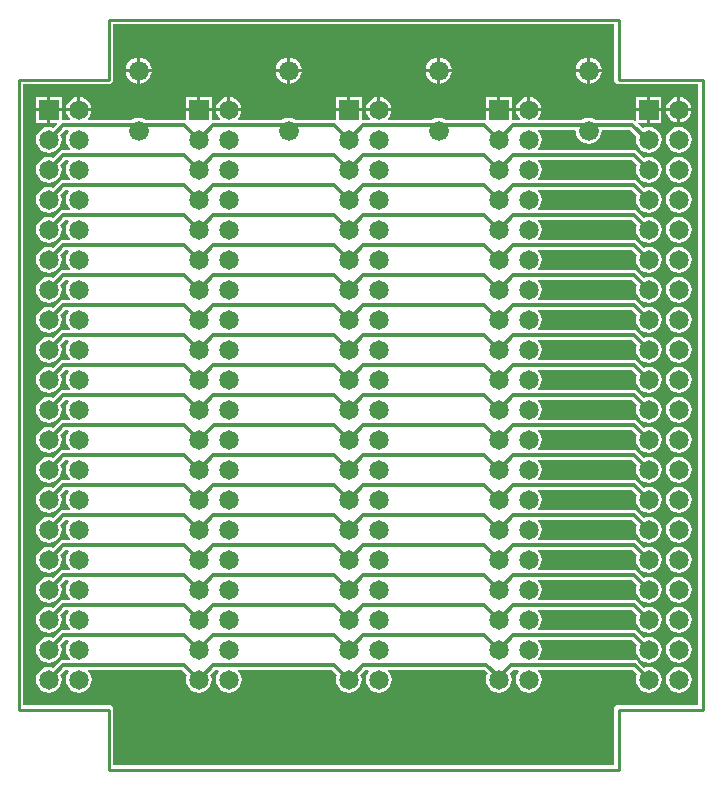
<source format=gtl>
%FSLAX23Y23*%
%MOIN*%
G70*
G01*
G75*
G04 Layer_Physical_Order=1*
G04 Layer_Color=255*
%ADD10C,0.010*%
%ADD11C,0.012*%
%ADD12C,0.065*%
%ADD13R,0.065X0.065*%
%ADD14C,0.066*%
G36*
X4085Y5300D02*
X4085Y5300D01*
X4085D01*
X4086Y5294D01*
X4089Y5289D01*
X4094Y5286D01*
X4100Y5285D01*
X4365D01*
Y3215D01*
X4100D01*
X4094Y3214D01*
X4089Y3211D01*
X4086Y3206D01*
X4085Y3200D01*
Y3015D01*
X2415D01*
Y3200D01*
X2414Y3206D01*
X2411Y3211D01*
X2406Y3214D01*
X2400Y3215D01*
X2115D01*
Y5285D01*
X2400D01*
X2406Y5286D01*
X2411Y5289D01*
X2414Y5294D01*
X2415Y5300D01*
Y5485D01*
X4085D01*
Y5300D01*
D02*
G37*
%LPC*%
G36*
X2195Y5195D02*
X2158D01*
Y5157D01*
X2195D01*
Y5195D01*
D02*
G37*
G36*
X4242D02*
X4205D01*
Y5157D01*
X4242D01*
Y5195D01*
D02*
G37*
G36*
X4295D02*
X4258D01*
X4259Y5189D01*
X4263Y5179D01*
X4270Y5170D01*
X4279Y5163D01*
X4289Y5159D01*
X4295Y5158D01*
Y5195D01*
D02*
G37*
G36*
X4300Y5143D02*
X4289Y5141D01*
X4279Y5137D01*
X4270Y5130D01*
X4263Y5121D01*
X4259Y5111D01*
X4257Y5100D01*
X4259Y5089D01*
X4263Y5079D01*
X4270Y5070D01*
X4279Y5063D01*
X4289Y5059D01*
X4300Y5057D01*
X4311Y5059D01*
X4321Y5063D01*
X4330Y5070D01*
X4337Y5079D01*
X4341Y5089D01*
X4343Y5100D01*
X4341Y5111D01*
X4337Y5121D01*
X4330Y5130D01*
X4321Y5137D01*
X4311Y5141D01*
X4300Y5143D01*
D02*
G37*
G36*
Y4843D02*
X4289Y4841D01*
X4279Y4837D01*
X4270Y4830D01*
X4263Y4821D01*
X4259Y4811D01*
X4257Y4800D01*
X4259Y4789D01*
X4263Y4779D01*
X4270Y4770D01*
X4279Y4763D01*
X4289Y4759D01*
X4300Y4757D01*
X4311Y4759D01*
X4321Y4763D01*
X4330Y4770D01*
X4337Y4779D01*
X4341Y4789D01*
X4343Y4800D01*
X4341Y4811D01*
X4337Y4821D01*
X4330Y4830D01*
X4321Y4837D01*
X4311Y4841D01*
X4300Y4843D01*
D02*
G37*
G36*
Y4943D02*
X4289Y4941D01*
X4279Y4937D01*
X4270Y4930D01*
X4263Y4921D01*
X4259Y4911D01*
X4257Y4900D01*
X4259Y4889D01*
X4263Y4879D01*
X4270Y4870D01*
X4279Y4863D01*
X4289Y4859D01*
X4300Y4857D01*
X4311Y4859D01*
X4321Y4863D01*
X4330Y4870D01*
X4337Y4879D01*
X4341Y4889D01*
X4343Y4900D01*
X4341Y4911D01*
X4337Y4921D01*
X4330Y4930D01*
X4321Y4937D01*
X4311Y4941D01*
X4300Y4943D01*
D02*
G37*
G36*
Y5043D02*
X4289Y5041D01*
X4279Y5037D01*
X4270Y5030D01*
X4263Y5021D01*
X4259Y5011D01*
X4257Y5000D01*
X4259Y4989D01*
X4263Y4979D01*
X4270Y4970D01*
X4279Y4963D01*
X4289Y4959D01*
X4300Y4957D01*
X4311Y4959D01*
X4321Y4963D01*
X4330Y4970D01*
X4337Y4979D01*
X4341Y4989D01*
X4343Y5000D01*
X4341Y5011D01*
X4337Y5021D01*
X4330Y5030D01*
X4321Y5037D01*
X4311Y5041D01*
X4300Y5043D01*
D02*
G37*
G36*
X2295Y5242D02*
X2289Y5241D01*
X2279Y5237D01*
X2270Y5230D01*
X2263Y5221D01*
X2259Y5211D01*
X2258Y5205D01*
X2295D01*
Y5242D01*
D02*
G37*
G36*
X2305D02*
Y5205D01*
X2342D01*
X2341Y5211D01*
X2337Y5221D01*
X2330Y5230D01*
X2321Y5237D01*
X2311Y5241D01*
X2305Y5242D01*
D02*
G37*
G36*
X2695Y5242D02*
X2658D01*
Y5205D01*
X2695D01*
Y5242D01*
D02*
G37*
G36*
X2243D02*
X2205D01*
Y5205D01*
X2243D01*
Y5242D01*
D02*
G37*
G36*
X4342Y5195D02*
X4305D01*
Y5158D01*
X4311Y5159D01*
X4321Y5163D01*
X4330Y5170D01*
X4337Y5179D01*
X4341Y5189D01*
X4342Y5195D01*
D02*
G37*
G36*
X4195D02*
X4157D01*
Y5165D01*
X4153Y5163D01*
X4152Y5164D01*
X4146Y5165D01*
X4025D01*
X4022Y5168D01*
X4011Y5172D01*
X4000Y5173D01*
X3989Y5172D01*
X3978Y5168D01*
X3975Y5165D01*
X3832D01*
X3830Y5170D01*
X3830Y5170D01*
X3837Y5179D01*
X3841Y5189D01*
X3842Y5195D01*
X3758D01*
X3759Y5189D01*
X3763Y5179D01*
X3770Y5170D01*
X3770Y5170D01*
X3768Y5165D01*
X3749D01*
X3746Y5164D01*
X3743Y5168D01*
Y5195D01*
X3658D01*
Y5168D01*
X3654Y5164D01*
X3651Y5165D01*
X3525D01*
X3522Y5168D01*
X3511Y5172D01*
X3500Y5173D01*
X3489Y5172D01*
X3478Y5168D01*
X3475Y5165D01*
X3332D01*
X3330Y5170D01*
X3330Y5170D01*
X3337Y5179D01*
X3341Y5189D01*
X3342Y5195D01*
X3258D01*
X3259Y5189D01*
X3263Y5179D01*
X3270Y5170D01*
X3270Y5170D01*
X3268Y5165D01*
X3249D01*
X3246Y5164D01*
X3243Y5168D01*
Y5195D01*
X3158D01*
Y5168D01*
X3154Y5164D01*
X3151Y5165D01*
X3025D01*
X3022Y5168D01*
X3011Y5172D01*
X3000Y5173D01*
X2989Y5172D01*
X2978Y5168D01*
X2975Y5165D01*
X2832D01*
X2830Y5170D01*
X2830Y5170D01*
X2837Y5179D01*
X2841Y5189D01*
X2842Y5195D01*
X2758D01*
X2759Y5189D01*
X2763Y5179D01*
X2770Y5170D01*
X2770Y5170D01*
X2768Y5165D01*
X2749D01*
X2746Y5164D01*
X2743Y5168D01*
Y5195D01*
X2658D01*
Y5168D01*
X2654Y5164D01*
X2651Y5165D01*
X2525D01*
X2522Y5168D01*
X2511Y5172D01*
X2500Y5173D01*
X2489Y5172D01*
X2478Y5168D01*
X2475Y5165D01*
X2332D01*
X2330Y5170D01*
X2330Y5170D01*
X2337Y5179D01*
X2341Y5189D01*
X2342Y5195D01*
X2258D01*
X2259Y5189D01*
X2263Y5179D01*
X2270Y5170D01*
X2270Y5170D01*
X2268Y5165D01*
X2249D01*
X2246Y5164D01*
X2243Y5168D01*
Y5195D01*
X2205D01*
Y5157D01*
X2228D01*
X2230Y5153D01*
X2216Y5139D01*
X2211Y5141D01*
X2200Y5143D01*
X2189Y5141D01*
X2179Y5137D01*
X2170Y5130D01*
X2163Y5121D01*
X2159Y5111D01*
X2157Y5100D01*
X2159Y5089D01*
X2163Y5079D01*
X2170Y5070D01*
X2179Y5063D01*
X2189Y5059D01*
X2200Y5057D01*
X2211Y5059D01*
X2221Y5063D01*
X2230Y5070D01*
X2237Y5079D01*
X2241Y5089D01*
X2243Y5100D01*
X2241Y5111D01*
X2239Y5116D01*
X2255Y5132D01*
X2265D01*
X2268Y5128D01*
X2263Y5121D01*
X2259Y5111D01*
X2257Y5100D01*
X2259Y5089D01*
X2263Y5079D01*
X2270Y5070D01*
X2270Y5070D01*
X2268Y5065D01*
X2249D01*
X2242Y5064D01*
X2237Y5060D01*
X2216Y5039D01*
X2211Y5041D01*
X2200Y5043D01*
X2189Y5041D01*
X2179Y5037D01*
X2170Y5030D01*
X2163Y5021D01*
X2159Y5011D01*
X2157Y5000D01*
X2159Y4989D01*
X2163Y4979D01*
X2170Y4970D01*
X2179Y4963D01*
X2189Y4959D01*
X2200Y4957D01*
X2211Y4959D01*
X2221Y4963D01*
X2230Y4970D01*
X2237Y4979D01*
X2241Y4989D01*
X2243Y5000D01*
X2241Y5011D01*
X2239Y5016D01*
X2255Y5032D01*
X2265D01*
X2268Y5028D01*
X2263Y5021D01*
X2259Y5011D01*
X2257Y5000D01*
X2259Y4989D01*
X2263Y4979D01*
X2270Y4970D01*
X2270Y4970D01*
X2268Y4965D01*
X2249D01*
X2242Y4964D01*
X2237Y4960D01*
X2216Y4939D01*
X2211Y4941D01*
X2200Y4943D01*
X2189Y4941D01*
X2179Y4937D01*
X2170Y4930D01*
X2163Y4921D01*
X2159Y4911D01*
X2157Y4900D01*
X2159Y4889D01*
X2163Y4879D01*
X2170Y4870D01*
X2179Y4863D01*
X2189Y4859D01*
X2200Y4857D01*
X2211Y4859D01*
X2221Y4863D01*
X2230Y4870D01*
X2237Y4879D01*
X2241Y4889D01*
X2243Y4900D01*
X2241Y4911D01*
X2239Y4916D01*
X2255Y4932D01*
X2265D01*
X2268Y4928D01*
X2263Y4921D01*
X2259Y4911D01*
X2257Y4900D01*
X2259Y4889D01*
X2263Y4879D01*
X2270Y4870D01*
X2270Y4870D01*
X2268Y4865D01*
X2249D01*
X2242Y4864D01*
X2237Y4860D01*
X2216Y4839D01*
X2211Y4841D01*
X2200Y4843D01*
X2189Y4841D01*
X2179Y4837D01*
X2170Y4830D01*
X2163Y4821D01*
X2159Y4811D01*
X2157Y4800D01*
X2159Y4789D01*
X2163Y4779D01*
X2170Y4770D01*
X2179Y4763D01*
X2189Y4759D01*
X2200Y4757D01*
X2211Y4759D01*
X2221Y4763D01*
X2230Y4770D01*
X2237Y4779D01*
X2241Y4789D01*
X2243Y4800D01*
X2241Y4811D01*
X2239Y4816D01*
X2255Y4832D01*
X2265D01*
X2268Y4828D01*
X2263Y4821D01*
X2259Y4811D01*
X2257Y4800D01*
X2259Y4789D01*
X2263Y4779D01*
X2270Y4770D01*
X2270Y4770D01*
X2268Y4765D01*
X2249D01*
X2242Y4764D01*
X2237Y4760D01*
X2216Y4739D01*
X2211Y4741D01*
X2200Y4743D01*
X2189Y4741D01*
X2179Y4737D01*
X2170Y4730D01*
X2163Y4721D01*
X2159Y4711D01*
X2157Y4700D01*
X2159Y4689D01*
X2163Y4679D01*
X2170Y4670D01*
X2179Y4663D01*
X2189Y4659D01*
X2200Y4657D01*
X2211Y4659D01*
X2221Y4663D01*
X2230Y4670D01*
X2237Y4679D01*
X2241Y4689D01*
X2243Y4700D01*
X2241Y4711D01*
X2239Y4716D01*
X2255Y4732D01*
X2265D01*
X2268Y4728D01*
X2263Y4721D01*
X2259Y4711D01*
X2257Y4700D01*
X2259Y4689D01*
X2263Y4679D01*
X2270Y4670D01*
X2270Y4670D01*
X2268Y4665D01*
X2249D01*
X2242Y4664D01*
X2237Y4660D01*
X2216Y4639D01*
X2211Y4641D01*
X2200Y4643D01*
X2189Y4641D01*
X2179Y4637D01*
X2170Y4630D01*
X2163Y4621D01*
X2159Y4611D01*
X2157Y4600D01*
X2159Y4589D01*
X2163Y4579D01*
X2170Y4570D01*
X2179Y4563D01*
X2189Y4559D01*
X2200Y4557D01*
X2211Y4559D01*
X2221Y4563D01*
X2230Y4570D01*
X2237Y4579D01*
X2241Y4589D01*
X2243Y4600D01*
X2241Y4611D01*
X2239Y4616D01*
X2255Y4632D01*
X2265D01*
X2268Y4628D01*
X2263Y4621D01*
X2259Y4611D01*
X2257Y4600D01*
X2259Y4589D01*
X2263Y4579D01*
X2270Y4570D01*
X2270Y4570D01*
X2268Y4565D01*
X2249D01*
X2242Y4564D01*
X2237Y4560D01*
X2216Y4539D01*
X2211Y4541D01*
X2200Y4543D01*
X2189Y4541D01*
X2179Y4537D01*
X2170Y4530D01*
X2163Y4521D01*
X2159Y4511D01*
X2157Y4500D01*
X2159Y4489D01*
X2163Y4479D01*
X2170Y4470D01*
X2179Y4463D01*
X2189Y4459D01*
X2200Y4457D01*
X2211Y4459D01*
X2221Y4463D01*
X2230Y4470D01*
X2237Y4479D01*
X2241Y4489D01*
X2243Y4500D01*
X2241Y4511D01*
X2239Y4516D01*
X2255Y4532D01*
X2265D01*
X2268Y4528D01*
X2263Y4521D01*
X2259Y4511D01*
X2257Y4500D01*
X2259Y4489D01*
X2263Y4479D01*
X2270Y4470D01*
X2270Y4470D01*
X2268Y4465D01*
X2249D01*
X2242Y4464D01*
X2237Y4460D01*
X2216Y4439D01*
X2211Y4441D01*
X2200Y4443D01*
X2189Y4441D01*
X2179Y4437D01*
X2170Y4430D01*
X2163Y4421D01*
X2159Y4411D01*
X2157Y4400D01*
X2159Y4389D01*
X2163Y4379D01*
X2170Y4370D01*
X2179Y4363D01*
X2189Y4359D01*
X2200Y4357D01*
X2211Y4359D01*
X2221Y4363D01*
X2230Y4370D01*
X2237Y4379D01*
X2241Y4389D01*
X2243Y4400D01*
X2241Y4411D01*
X2239Y4416D01*
X2255Y4432D01*
X2265D01*
X2268Y4428D01*
X2263Y4421D01*
X2259Y4411D01*
X2257Y4400D01*
X2259Y4389D01*
X2263Y4379D01*
X2270Y4370D01*
X2270Y4370D01*
X2268Y4365D01*
X2249D01*
X2242Y4364D01*
X2237Y4360D01*
X2216Y4339D01*
X2211Y4341D01*
X2200Y4343D01*
X2189Y4341D01*
X2179Y4337D01*
X2170Y4330D01*
X2163Y4321D01*
X2159Y4311D01*
X2157Y4300D01*
X2159Y4289D01*
X2163Y4279D01*
X2170Y4270D01*
X2179Y4263D01*
X2189Y4259D01*
X2200Y4257D01*
X2211Y4259D01*
X2221Y4263D01*
X2230Y4270D01*
X2237Y4279D01*
X2241Y4289D01*
X2243Y4300D01*
X2241Y4311D01*
X2239Y4316D01*
X2255Y4332D01*
X2265D01*
X2268Y4328D01*
X2263Y4321D01*
X2259Y4311D01*
X2257Y4300D01*
X2259Y4289D01*
X2263Y4279D01*
X2270Y4270D01*
X2270Y4270D01*
X2268Y4265D01*
X2249D01*
X2242Y4264D01*
X2237Y4260D01*
X2216Y4239D01*
X2211Y4241D01*
X2200Y4243D01*
X2189Y4241D01*
X2179Y4237D01*
X2170Y4230D01*
X2163Y4221D01*
X2159Y4211D01*
X2157Y4200D01*
X2159Y4189D01*
X2163Y4179D01*
X2170Y4170D01*
X2179Y4163D01*
X2189Y4159D01*
X2200Y4157D01*
X2211Y4159D01*
X2221Y4163D01*
X2230Y4170D01*
X2237Y4179D01*
X2241Y4189D01*
X2243Y4200D01*
X2241Y4211D01*
X2239Y4216D01*
X2255Y4232D01*
X2265D01*
X2268Y4228D01*
X2263Y4221D01*
X2259Y4211D01*
X2257Y4200D01*
X2259Y4189D01*
X2263Y4179D01*
X2270Y4170D01*
X2270Y4170D01*
X2268Y4165D01*
X2249D01*
X2242Y4164D01*
X2237Y4160D01*
X2216Y4139D01*
X2211Y4141D01*
X2200Y4143D01*
X2189Y4141D01*
X2179Y4137D01*
X2170Y4130D01*
X2163Y4121D01*
X2159Y4111D01*
X2157Y4100D01*
X2159Y4089D01*
X2163Y4079D01*
X2170Y4070D01*
X2179Y4063D01*
X2189Y4059D01*
X2200Y4057D01*
X2211Y4059D01*
X2221Y4063D01*
X2230Y4070D01*
X2237Y4079D01*
X2241Y4089D01*
X2243Y4100D01*
X2241Y4111D01*
X2239Y4116D01*
X2255Y4132D01*
X2265D01*
X2268Y4128D01*
X2263Y4121D01*
X2259Y4111D01*
X2257Y4100D01*
X2259Y4089D01*
X2263Y4079D01*
X2270Y4070D01*
X2270Y4070D01*
X2268Y4065D01*
X2249D01*
X2242Y4064D01*
X2237Y4060D01*
X2216Y4039D01*
X2211Y4041D01*
X2200Y4043D01*
X2189Y4041D01*
X2179Y4037D01*
X2170Y4030D01*
X2163Y4021D01*
X2159Y4011D01*
X2157Y4000D01*
X2159Y3989D01*
X2163Y3979D01*
X2170Y3970D01*
X2179Y3963D01*
X2189Y3959D01*
X2200Y3957D01*
X2211Y3959D01*
X2221Y3963D01*
X2230Y3970D01*
X2237Y3979D01*
X2241Y3989D01*
X2243Y4000D01*
X2241Y4011D01*
X2239Y4016D01*
X2255Y4032D01*
X2265D01*
X2268Y4028D01*
X2263Y4021D01*
X2259Y4011D01*
X2257Y4000D01*
X2259Y3989D01*
X2263Y3979D01*
X2270Y3970D01*
X2270Y3970D01*
X2268Y3965D01*
X2249D01*
X2242Y3964D01*
X2237Y3960D01*
X2216Y3939D01*
X2211Y3941D01*
X2200Y3943D01*
X2189Y3941D01*
X2179Y3937D01*
X2170Y3930D01*
X2163Y3921D01*
X2159Y3911D01*
X2157Y3900D01*
X2159Y3889D01*
X2163Y3879D01*
X2170Y3870D01*
X2179Y3863D01*
X2189Y3859D01*
X2200Y3857D01*
X2211Y3859D01*
X2221Y3863D01*
X2230Y3870D01*
X2237Y3879D01*
X2241Y3889D01*
X2243Y3900D01*
X2241Y3911D01*
X2239Y3916D01*
X2255Y3932D01*
X2265D01*
X2268Y3928D01*
X2263Y3921D01*
X2259Y3911D01*
X2257Y3900D01*
X2259Y3889D01*
X2263Y3879D01*
X2270Y3870D01*
X2270Y3870D01*
X2268Y3865D01*
X2249D01*
X2242Y3864D01*
X2237Y3860D01*
X2216Y3839D01*
X2211Y3841D01*
X2200Y3843D01*
X2189Y3841D01*
X2179Y3837D01*
X2170Y3830D01*
X2163Y3821D01*
X2159Y3811D01*
X2157Y3800D01*
X2159Y3789D01*
X2163Y3779D01*
X2170Y3770D01*
X2179Y3763D01*
X2189Y3759D01*
X2200Y3757D01*
X2211Y3759D01*
X2221Y3763D01*
X2230Y3770D01*
X2237Y3779D01*
X2241Y3789D01*
X2243Y3800D01*
X2241Y3811D01*
X2239Y3816D01*
X2255Y3832D01*
X2265D01*
X2268Y3828D01*
X2263Y3821D01*
X2259Y3811D01*
X2257Y3800D01*
X2259Y3789D01*
X2263Y3779D01*
X2270Y3770D01*
X2270Y3770D01*
X2268Y3765D01*
X2249D01*
X2242Y3764D01*
X2237Y3760D01*
X2216Y3739D01*
X2211Y3741D01*
X2200Y3743D01*
X2189Y3741D01*
X2179Y3737D01*
X2170Y3730D01*
X2163Y3721D01*
X2159Y3711D01*
X2157Y3700D01*
X2159Y3689D01*
X2163Y3679D01*
X2170Y3670D01*
X2179Y3663D01*
X2189Y3659D01*
X2200Y3657D01*
X2211Y3659D01*
X2221Y3663D01*
X2230Y3670D01*
X2237Y3679D01*
X2241Y3689D01*
X2243Y3700D01*
X2241Y3711D01*
X2239Y3716D01*
X2255Y3732D01*
X2265D01*
X2268Y3728D01*
X2263Y3721D01*
X2259Y3711D01*
X2257Y3700D01*
X2259Y3689D01*
X2263Y3679D01*
X2270Y3670D01*
X2270Y3670D01*
X2268Y3665D01*
X2249D01*
X2242Y3664D01*
X2237Y3660D01*
X2216Y3639D01*
X2211Y3641D01*
X2200Y3643D01*
X2189Y3641D01*
X2179Y3637D01*
X2170Y3630D01*
X2163Y3621D01*
X2159Y3611D01*
X2157Y3600D01*
X2159Y3589D01*
X2163Y3579D01*
X2170Y3570D01*
X2179Y3563D01*
X2189Y3559D01*
X2200Y3557D01*
X2211Y3559D01*
X2221Y3563D01*
X2230Y3570D01*
X2237Y3579D01*
X2241Y3589D01*
X2243Y3600D01*
X2241Y3611D01*
X2239Y3616D01*
X2255Y3632D01*
X2265D01*
X2268Y3628D01*
X2263Y3621D01*
X2259Y3611D01*
X2257Y3600D01*
X2259Y3589D01*
X2263Y3579D01*
X2270Y3570D01*
X2270Y3570D01*
X2268Y3565D01*
X2249D01*
X2242Y3564D01*
X2237Y3560D01*
X2216Y3539D01*
X2211Y3541D01*
X2200Y3543D01*
X2189Y3541D01*
X2179Y3537D01*
X2170Y3530D01*
X2163Y3521D01*
X2159Y3511D01*
X2157Y3500D01*
X2159Y3489D01*
X2163Y3479D01*
X2170Y3470D01*
X2179Y3463D01*
X2189Y3459D01*
X2200Y3457D01*
X2211Y3459D01*
X2221Y3463D01*
X2230Y3470D01*
X2237Y3479D01*
X2241Y3489D01*
X2243Y3500D01*
X2241Y3511D01*
X2239Y3516D01*
X2255Y3532D01*
X2265D01*
X2268Y3528D01*
X2263Y3521D01*
X2259Y3511D01*
X2257Y3500D01*
X2259Y3489D01*
X2263Y3479D01*
X2270Y3470D01*
X2270Y3470D01*
X2268Y3465D01*
X2249D01*
X2242Y3464D01*
X2237Y3460D01*
X2216Y3439D01*
X2211Y3441D01*
X2200Y3443D01*
X2189Y3441D01*
X2179Y3437D01*
X2170Y3430D01*
X2163Y3421D01*
X2159Y3411D01*
X2157Y3400D01*
X2159Y3389D01*
X2163Y3379D01*
X2170Y3370D01*
X2179Y3363D01*
X2189Y3359D01*
X2200Y3357D01*
X2211Y3359D01*
X2221Y3363D01*
X2230Y3370D01*
X2237Y3379D01*
X2241Y3389D01*
X2243Y3400D01*
X2241Y3411D01*
X2239Y3416D01*
X2255Y3432D01*
X2265D01*
X2268Y3428D01*
X2263Y3421D01*
X2259Y3411D01*
X2257Y3400D01*
X2259Y3389D01*
X2263Y3379D01*
X2270Y3370D01*
X2270Y3370D01*
X2268Y3365D01*
X2249D01*
X2242Y3364D01*
X2237Y3360D01*
X2216Y3339D01*
X2211Y3341D01*
X2200Y3343D01*
X2189Y3341D01*
X2179Y3337D01*
X2170Y3330D01*
X2163Y3321D01*
X2159Y3311D01*
X2157Y3300D01*
X2159Y3289D01*
X2163Y3279D01*
X2170Y3270D01*
X2179Y3263D01*
X2189Y3259D01*
X2200Y3257D01*
X2211Y3259D01*
X2221Y3263D01*
X2230Y3270D01*
X2237Y3279D01*
X2241Y3289D01*
X2243Y3300D01*
X2241Y3311D01*
X2239Y3316D01*
X2255Y3332D01*
X2265D01*
X2268Y3328D01*
X2263Y3321D01*
X2259Y3311D01*
X2257Y3300D01*
X2259Y3289D01*
X2263Y3279D01*
X2270Y3270D01*
X2279Y3263D01*
X2289Y3259D01*
X2300Y3257D01*
X2311Y3259D01*
X2321Y3263D01*
X2330Y3270D01*
X2337Y3279D01*
X2341Y3289D01*
X2343Y3300D01*
X2341Y3311D01*
X2337Y3321D01*
X2330Y3330D01*
X2331Y3332D01*
X2645D01*
X2661Y3316D01*
X2659Y3311D01*
X2657Y3300D01*
X2659Y3289D01*
X2663Y3279D01*
X2670Y3270D01*
X2679Y3263D01*
X2689Y3259D01*
X2700Y3257D01*
X2711Y3259D01*
X2721Y3263D01*
X2730Y3270D01*
X2737Y3279D01*
X2741Y3289D01*
X2743Y3300D01*
X2741Y3311D01*
X2739Y3316D01*
X2755Y3332D01*
X2765D01*
X2768Y3328D01*
X2763Y3321D01*
X2759Y3311D01*
X2757Y3300D01*
X2759Y3289D01*
X2763Y3279D01*
X2770Y3270D01*
X2779Y3263D01*
X2789Y3259D01*
X2800Y3257D01*
X2811Y3259D01*
X2821Y3263D01*
X2830Y3270D01*
X2837Y3279D01*
X2841Y3289D01*
X2843Y3300D01*
X2841Y3311D01*
X2837Y3321D01*
X2830Y3330D01*
X2831Y3332D01*
X3145D01*
X3161Y3316D01*
X3159Y3311D01*
X3157Y3300D01*
X3159Y3289D01*
X3163Y3279D01*
X3170Y3270D01*
X3179Y3263D01*
X3189Y3259D01*
X3200Y3257D01*
X3211Y3259D01*
X3221Y3263D01*
X3230Y3270D01*
X3237Y3279D01*
X3241Y3289D01*
X3243Y3300D01*
X3241Y3311D01*
X3239Y3316D01*
X3255Y3332D01*
X3265D01*
X3268Y3328D01*
X3263Y3321D01*
X3259Y3311D01*
X3257Y3300D01*
X3259Y3289D01*
X3263Y3279D01*
X3270Y3270D01*
X3279Y3263D01*
X3289Y3259D01*
X3300Y3257D01*
X3311Y3259D01*
X3321Y3263D01*
X3330Y3270D01*
X3337Y3279D01*
X3341Y3289D01*
X3343Y3300D01*
X3341Y3311D01*
X3337Y3321D01*
X3330Y3330D01*
X3331Y3332D01*
X3653D01*
X3663Y3322D01*
X3663Y3321D01*
X3659Y3311D01*
X3657Y3300D01*
X3659Y3289D01*
X3663Y3279D01*
X3670Y3270D01*
X3679Y3263D01*
X3689Y3259D01*
X3700Y3257D01*
X3711Y3259D01*
X3721Y3263D01*
X3730Y3270D01*
X3737Y3279D01*
X3741Y3289D01*
X3743Y3300D01*
X3741Y3311D01*
X3737Y3321D01*
X3737Y3322D01*
X3747Y3332D01*
X3765D01*
X3768Y3328D01*
X3763Y3321D01*
X3759Y3311D01*
X3757Y3300D01*
X3759Y3289D01*
X3763Y3279D01*
X3770Y3270D01*
X3779Y3263D01*
X3789Y3259D01*
X3800Y3257D01*
X3811Y3259D01*
X3821Y3263D01*
X3830Y3270D01*
X3837Y3279D01*
X3841Y3289D01*
X3843Y3300D01*
X3841Y3311D01*
X3837Y3321D01*
X3830Y3330D01*
X3831Y3332D01*
X4148D01*
X4162Y3318D01*
X4159Y3311D01*
X4157Y3300D01*
X4159Y3289D01*
X4163Y3279D01*
X4170Y3270D01*
X4179Y3263D01*
X4189Y3259D01*
X4200Y3257D01*
X4211Y3259D01*
X4221Y3263D01*
X4230Y3270D01*
X4237Y3279D01*
X4241Y3289D01*
X4243Y3300D01*
X4241Y3311D01*
X4237Y3321D01*
X4230Y3330D01*
X4221Y3337D01*
X4211Y3341D01*
X4200Y3343D01*
X4189Y3341D01*
X4186Y3340D01*
X4166Y3360D01*
X4161Y3364D01*
X4155Y3365D01*
X3832D01*
X3830Y3370D01*
X3830Y3370D01*
X3837Y3379D01*
X3841Y3389D01*
X3843Y3400D01*
X3841Y3411D01*
X3837Y3421D01*
X3830Y3430D01*
X3831Y3432D01*
X4145D01*
X4161Y3416D01*
X4159Y3411D01*
X4157Y3400D01*
X4159Y3389D01*
X4163Y3379D01*
X4170Y3370D01*
X4179Y3363D01*
X4189Y3359D01*
X4200Y3357D01*
X4211Y3359D01*
X4221Y3363D01*
X4230Y3370D01*
X4237Y3379D01*
X4241Y3389D01*
X4243Y3400D01*
X4241Y3411D01*
X4237Y3421D01*
X4230Y3430D01*
X4221Y3437D01*
X4211Y3441D01*
X4200Y3443D01*
X4189Y3441D01*
X4184Y3439D01*
X4163Y3460D01*
X4158Y3464D01*
X4152Y3465D01*
X3832D01*
X3830Y3470D01*
X3830Y3470D01*
X3837Y3479D01*
X3841Y3489D01*
X3843Y3500D01*
X3841Y3511D01*
X3837Y3521D01*
X3830Y3530D01*
X3831Y3532D01*
X4145D01*
X4161Y3516D01*
X4159Y3511D01*
X4157Y3500D01*
X4159Y3489D01*
X4163Y3479D01*
X4170Y3470D01*
X4179Y3463D01*
X4189Y3459D01*
X4200Y3457D01*
X4211Y3459D01*
X4221Y3463D01*
X4230Y3470D01*
X4237Y3479D01*
X4241Y3489D01*
X4243Y3500D01*
X4241Y3511D01*
X4237Y3521D01*
X4230Y3530D01*
X4221Y3537D01*
X4211Y3541D01*
X4200Y3543D01*
X4189Y3541D01*
X4184Y3539D01*
X4163Y3560D01*
X4158Y3564D01*
X4152Y3565D01*
X3832D01*
X3830Y3570D01*
X3830Y3570D01*
X3837Y3579D01*
X3841Y3589D01*
X3843Y3600D01*
X3841Y3611D01*
X3837Y3621D01*
X3830Y3630D01*
X3831Y3632D01*
X4145D01*
X4161Y3616D01*
X4159Y3611D01*
X4157Y3600D01*
X4159Y3589D01*
X4163Y3579D01*
X4170Y3570D01*
X4179Y3563D01*
X4189Y3559D01*
X4200Y3557D01*
X4211Y3559D01*
X4221Y3563D01*
X4230Y3570D01*
X4237Y3579D01*
X4241Y3589D01*
X4243Y3600D01*
X4241Y3611D01*
X4237Y3621D01*
X4230Y3630D01*
X4221Y3637D01*
X4211Y3641D01*
X4200Y3643D01*
X4189Y3641D01*
X4184Y3639D01*
X4163Y3660D01*
X4158Y3664D01*
X4152Y3665D01*
X3832D01*
X3830Y3670D01*
X3830Y3670D01*
X3837Y3679D01*
X3841Y3689D01*
X3843Y3700D01*
X3841Y3711D01*
X3837Y3721D01*
X3830Y3730D01*
X3831Y3732D01*
X4145D01*
X4161Y3716D01*
X4159Y3711D01*
X4157Y3700D01*
X4159Y3689D01*
X4163Y3679D01*
X4170Y3670D01*
X4179Y3663D01*
X4189Y3659D01*
X4200Y3657D01*
X4211Y3659D01*
X4221Y3663D01*
X4230Y3670D01*
X4237Y3679D01*
X4241Y3689D01*
X4243Y3700D01*
X4241Y3711D01*
X4237Y3721D01*
X4230Y3730D01*
X4221Y3737D01*
X4211Y3741D01*
X4200Y3743D01*
X4189Y3741D01*
X4184Y3739D01*
X4163Y3760D01*
X4158Y3764D01*
X4152Y3765D01*
X3832D01*
X3830Y3770D01*
X3830Y3770D01*
X3837Y3779D01*
X3841Y3789D01*
X3843Y3800D01*
X3841Y3811D01*
X3837Y3821D01*
X3830Y3830D01*
X3831Y3832D01*
X4145D01*
X4161Y3816D01*
X4159Y3811D01*
X4157Y3800D01*
X4159Y3789D01*
X4163Y3779D01*
X4170Y3770D01*
X4179Y3763D01*
X4189Y3759D01*
X4200Y3757D01*
X4211Y3759D01*
X4221Y3763D01*
X4230Y3770D01*
X4237Y3779D01*
X4241Y3789D01*
X4243Y3800D01*
X4241Y3811D01*
X4237Y3821D01*
X4230Y3830D01*
X4221Y3837D01*
X4211Y3841D01*
X4200Y3843D01*
X4189Y3841D01*
X4184Y3839D01*
X4163Y3860D01*
X4158Y3864D01*
X4152Y3865D01*
X3832D01*
X3830Y3870D01*
X3830Y3870D01*
X3837Y3879D01*
X3841Y3889D01*
X3843Y3900D01*
X3841Y3911D01*
X3837Y3921D01*
X3830Y3930D01*
X3831Y3932D01*
X4145D01*
X4161Y3916D01*
X4159Y3911D01*
X4157Y3900D01*
X4159Y3889D01*
X4163Y3879D01*
X4170Y3870D01*
X4179Y3863D01*
X4189Y3859D01*
X4200Y3857D01*
X4211Y3859D01*
X4221Y3863D01*
X4230Y3870D01*
X4237Y3879D01*
X4241Y3889D01*
X4243Y3900D01*
X4241Y3911D01*
X4237Y3921D01*
X4230Y3930D01*
X4221Y3937D01*
X4211Y3941D01*
X4200Y3943D01*
X4189Y3941D01*
X4184Y3939D01*
X4163Y3960D01*
X4158Y3964D01*
X4152Y3965D01*
X3832D01*
X3830Y3970D01*
X3830Y3970D01*
X3837Y3979D01*
X3841Y3989D01*
X3843Y4000D01*
X3841Y4011D01*
X3837Y4021D01*
X3830Y4030D01*
X3831Y4032D01*
X4145D01*
X4161Y4016D01*
X4159Y4011D01*
X4157Y4000D01*
X4159Y3989D01*
X4163Y3979D01*
X4170Y3970D01*
X4179Y3963D01*
X4189Y3959D01*
X4200Y3957D01*
X4211Y3959D01*
X4221Y3963D01*
X4230Y3970D01*
X4237Y3979D01*
X4241Y3989D01*
X4243Y4000D01*
X4241Y4011D01*
X4237Y4021D01*
X4230Y4030D01*
X4221Y4037D01*
X4211Y4041D01*
X4200Y4043D01*
X4189Y4041D01*
X4184Y4039D01*
X4163Y4060D01*
X4158Y4064D01*
X4152Y4065D01*
X3832D01*
X3830Y4070D01*
X3830Y4070D01*
X3837Y4079D01*
X3841Y4089D01*
X3843Y4100D01*
X3841Y4111D01*
X3837Y4121D01*
X3830Y4130D01*
X3831Y4132D01*
X4145D01*
X4161Y4116D01*
X4159Y4111D01*
X4157Y4100D01*
X4159Y4089D01*
X4163Y4079D01*
X4170Y4070D01*
X4179Y4063D01*
X4189Y4059D01*
X4200Y4057D01*
X4211Y4059D01*
X4221Y4063D01*
X4230Y4070D01*
X4237Y4079D01*
X4241Y4089D01*
X4243Y4100D01*
X4241Y4111D01*
X4237Y4121D01*
X4230Y4130D01*
X4221Y4137D01*
X4211Y4141D01*
X4200Y4143D01*
X4189Y4141D01*
X4184Y4139D01*
X4163Y4160D01*
X4158Y4164D01*
X4152Y4165D01*
X3832D01*
X3830Y4170D01*
X3830Y4170D01*
X3837Y4179D01*
X3841Y4189D01*
X3843Y4200D01*
X3841Y4211D01*
X3837Y4221D01*
X3830Y4230D01*
X3831Y4232D01*
X4145D01*
X4161Y4216D01*
X4159Y4211D01*
X4157Y4200D01*
X4159Y4189D01*
X4163Y4179D01*
X4170Y4170D01*
X4179Y4163D01*
X4189Y4159D01*
X4200Y4157D01*
X4211Y4159D01*
X4221Y4163D01*
X4230Y4170D01*
X4237Y4179D01*
X4241Y4189D01*
X4243Y4200D01*
X4241Y4211D01*
X4237Y4221D01*
X4230Y4230D01*
X4221Y4237D01*
X4211Y4241D01*
X4200Y4243D01*
X4189Y4241D01*
X4184Y4239D01*
X4163Y4260D01*
X4158Y4264D01*
X4152Y4265D01*
X3832D01*
X3830Y4270D01*
X3830Y4270D01*
X3837Y4279D01*
X3841Y4289D01*
X3843Y4300D01*
X3841Y4311D01*
X3837Y4321D01*
X3830Y4330D01*
X3831Y4332D01*
X4145D01*
X4161Y4316D01*
X4159Y4311D01*
X4157Y4300D01*
X4159Y4289D01*
X4163Y4279D01*
X4170Y4270D01*
X4179Y4263D01*
X4189Y4259D01*
X4200Y4257D01*
X4211Y4259D01*
X4221Y4263D01*
X4230Y4270D01*
X4237Y4279D01*
X4241Y4289D01*
X4243Y4300D01*
X4241Y4311D01*
X4237Y4321D01*
X4230Y4330D01*
X4221Y4337D01*
X4211Y4341D01*
X4200Y4343D01*
X4189Y4341D01*
X4184Y4339D01*
X4163Y4360D01*
X4158Y4364D01*
X4152Y4365D01*
X3832D01*
X3830Y4370D01*
X3830Y4370D01*
X3837Y4379D01*
X3841Y4389D01*
X3843Y4400D01*
X3841Y4411D01*
X3837Y4421D01*
X3830Y4430D01*
X3831Y4432D01*
X4145D01*
X4161Y4416D01*
X4159Y4411D01*
X4157Y4400D01*
X4159Y4389D01*
X4163Y4379D01*
X4170Y4370D01*
X4179Y4363D01*
X4189Y4359D01*
X4200Y4357D01*
X4211Y4359D01*
X4221Y4363D01*
X4230Y4370D01*
X4237Y4379D01*
X4241Y4389D01*
X4243Y4400D01*
X4241Y4411D01*
X4237Y4421D01*
X4230Y4430D01*
X4221Y4437D01*
X4211Y4441D01*
X4200Y4443D01*
X4189Y4441D01*
X4184Y4439D01*
X4163Y4460D01*
X4158Y4464D01*
X4152Y4465D01*
X3832D01*
X3830Y4470D01*
X3830Y4470D01*
X3837Y4479D01*
X3841Y4489D01*
X3843Y4500D01*
X3841Y4511D01*
X3837Y4521D01*
X3830Y4530D01*
X3831Y4532D01*
X4145D01*
X4161Y4516D01*
X4159Y4511D01*
X4157Y4500D01*
X4159Y4489D01*
X4163Y4479D01*
X4170Y4470D01*
X4179Y4463D01*
X4189Y4459D01*
X4200Y4457D01*
X4211Y4459D01*
X4221Y4463D01*
X4230Y4470D01*
X4237Y4479D01*
X4241Y4489D01*
X4243Y4500D01*
X4241Y4511D01*
X4237Y4521D01*
X4230Y4530D01*
X4221Y4537D01*
X4211Y4541D01*
X4200Y4543D01*
X4189Y4541D01*
X4184Y4539D01*
X4163Y4560D01*
X4158Y4564D01*
X4152Y4565D01*
X3832D01*
X3830Y4570D01*
X3830Y4570D01*
X3837Y4579D01*
X3841Y4589D01*
X3843Y4600D01*
X3841Y4611D01*
X3837Y4621D01*
X3830Y4630D01*
X3831Y4632D01*
X4145D01*
X4161Y4616D01*
X4159Y4611D01*
X4157Y4600D01*
X4159Y4589D01*
X4163Y4579D01*
X4170Y4570D01*
X4179Y4563D01*
X4189Y4559D01*
X4200Y4557D01*
X4211Y4559D01*
X4221Y4563D01*
X4230Y4570D01*
X4237Y4579D01*
X4241Y4589D01*
X4243Y4600D01*
X4241Y4611D01*
X4237Y4621D01*
X4230Y4630D01*
X4221Y4637D01*
X4211Y4641D01*
X4200Y4643D01*
X4189Y4641D01*
X4184Y4639D01*
X4163Y4660D01*
X4158Y4664D01*
X4152Y4665D01*
X3832D01*
X3830Y4670D01*
X3830Y4670D01*
X3837Y4679D01*
X3841Y4689D01*
X3843Y4700D01*
X3841Y4711D01*
X3837Y4721D01*
X3830Y4730D01*
X3831Y4732D01*
X4145D01*
X4161Y4716D01*
X4159Y4711D01*
X4157Y4700D01*
X4159Y4689D01*
X4163Y4679D01*
X4170Y4670D01*
X4179Y4663D01*
X4189Y4659D01*
X4200Y4657D01*
X4211Y4659D01*
X4221Y4663D01*
X4230Y4670D01*
X4237Y4679D01*
X4241Y4689D01*
X4243Y4700D01*
X4241Y4711D01*
X4237Y4721D01*
X4230Y4730D01*
X4221Y4737D01*
X4211Y4741D01*
X4200Y4743D01*
X4189Y4741D01*
X4184Y4739D01*
X4163Y4760D01*
X4158Y4764D01*
X4152Y4765D01*
X3832D01*
X3830Y4770D01*
X3830Y4770D01*
X3837Y4779D01*
X3841Y4789D01*
X3843Y4800D01*
X3841Y4811D01*
X3837Y4821D01*
X3830Y4830D01*
X3831Y4832D01*
X4145D01*
X4161Y4816D01*
X4159Y4811D01*
X4157Y4800D01*
X4159Y4789D01*
X4163Y4779D01*
X4170Y4770D01*
X4179Y4763D01*
X4189Y4759D01*
X4200Y4757D01*
X4211Y4759D01*
X4221Y4763D01*
X4230Y4770D01*
X4237Y4779D01*
X4241Y4789D01*
X4243Y4800D01*
X4241Y4811D01*
X4237Y4821D01*
X4230Y4830D01*
X4221Y4837D01*
X4211Y4841D01*
X4200Y4843D01*
X4189Y4841D01*
X4184Y4839D01*
X4163Y4860D01*
X4158Y4864D01*
X4152Y4865D01*
X3832D01*
X3830Y4870D01*
X3830Y4870D01*
X3837Y4879D01*
X3841Y4889D01*
X3843Y4900D01*
X3841Y4911D01*
X3837Y4921D01*
X3830Y4930D01*
X3831Y4932D01*
X4145D01*
X4161Y4916D01*
X4159Y4911D01*
X4157Y4900D01*
X4159Y4889D01*
X4163Y4879D01*
X4170Y4870D01*
X4179Y4863D01*
X4189Y4859D01*
X4200Y4857D01*
X4211Y4859D01*
X4221Y4863D01*
X4230Y4870D01*
X4237Y4879D01*
X4241Y4889D01*
X4243Y4900D01*
X4241Y4911D01*
X4237Y4921D01*
X4230Y4930D01*
X4221Y4937D01*
X4211Y4941D01*
X4200Y4943D01*
X4189Y4941D01*
X4184Y4939D01*
X4163Y4960D01*
X4158Y4964D01*
X4152Y4965D01*
X3832D01*
X3830Y4970D01*
X3830Y4970D01*
X3837Y4979D01*
X3841Y4989D01*
X3843Y5000D01*
X3841Y5011D01*
X3837Y5021D01*
X3830Y5030D01*
X3831Y5032D01*
X4145D01*
X4161Y5016D01*
X4159Y5011D01*
X4157Y5000D01*
X4159Y4989D01*
X4163Y4979D01*
X4170Y4970D01*
X4179Y4963D01*
X4189Y4959D01*
X4200Y4957D01*
X4211Y4959D01*
X4221Y4963D01*
X4230Y4970D01*
X4237Y4979D01*
X4241Y4989D01*
X4243Y5000D01*
X4241Y5011D01*
X4237Y5021D01*
X4230Y5030D01*
X4221Y5037D01*
X4211Y5041D01*
X4200Y5043D01*
X4189Y5041D01*
X4184Y5039D01*
X4163Y5060D01*
X4158Y5064D01*
X4152Y5065D01*
X3832D01*
X3830Y5070D01*
X3830Y5070D01*
X3837Y5079D01*
X3841Y5089D01*
X3843Y5100D01*
X3841Y5111D01*
X3837Y5121D01*
X3830Y5130D01*
X3831Y5132D01*
X3955D01*
X3957Y5130D01*
X3958Y5119D01*
X3962Y5108D01*
X3969Y5099D01*
X3978Y5092D01*
X3989Y5088D01*
X4000Y5087D01*
X4011Y5088D01*
X4022Y5092D01*
X4031Y5099D01*
X4038Y5108D01*
X4042Y5119D01*
X4043Y5130D01*
X4045Y5132D01*
X4139D01*
X4159Y5112D01*
X4159Y5111D01*
X4157Y5100D01*
X4159Y5089D01*
X4163Y5079D01*
X4170Y5070D01*
X4179Y5063D01*
X4189Y5059D01*
X4200Y5057D01*
X4211Y5059D01*
X4221Y5063D01*
X4230Y5070D01*
X4237Y5079D01*
X4241Y5089D01*
X4243Y5100D01*
X4241Y5111D01*
X4237Y5121D01*
X4230Y5130D01*
X4221Y5137D01*
X4211Y5141D01*
X4200Y5143D01*
X4189Y5141D01*
X4180Y5138D01*
X4164Y5153D01*
X4166Y5157D01*
X4195D01*
Y5195D01*
D02*
G37*
G36*
X2195Y5242D02*
X2158D01*
Y5205D01*
X2195D01*
Y5242D01*
D02*
G37*
G36*
X4300Y4743D02*
X4289Y4741D01*
X4279Y4737D01*
X4270Y4730D01*
X4263Y4721D01*
X4259Y4711D01*
X4257Y4700D01*
X4259Y4689D01*
X4263Y4679D01*
X4270Y4670D01*
X4279Y4663D01*
X4289Y4659D01*
X4300Y4657D01*
X4311Y4659D01*
X4321Y4663D01*
X4330Y4670D01*
X4337Y4679D01*
X4341Y4689D01*
X4343Y4700D01*
X4341Y4711D01*
X4337Y4721D01*
X4330Y4730D01*
X4321Y4737D01*
X4311Y4741D01*
X4300Y4743D01*
D02*
G37*
G36*
Y3743D02*
X4289Y3741D01*
X4279Y3737D01*
X4270Y3730D01*
X4263Y3721D01*
X4259Y3711D01*
X4257Y3700D01*
X4259Y3689D01*
X4263Y3679D01*
X4270Y3670D01*
X4279Y3663D01*
X4289Y3659D01*
X4300Y3657D01*
X4311Y3659D01*
X4321Y3663D01*
X4330Y3670D01*
X4337Y3679D01*
X4341Y3689D01*
X4343Y3700D01*
X4341Y3711D01*
X4337Y3721D01*
X4330Y3730D01*
X4321Y3737D01*
X4311Y3741D01*
X4300Y3743D01*
D02*
G37*
G36*
Y3843D02*
X4289Y3841D01*
X4279Y3837D01*
X4270Y3830D01*
X4263Y3821D01*
X4259Y3811D01*
X4257Y3800D01*
X4259Y3789D01*
X4263Y3779D01*
X4270Y3770D01*
X4279Y3763D01*
X4289Y3759D01*
X4300Y3757D01*
X4311Y3759D01*
X4321Y3763D01*
X4330Y3770D01*
X4337Y3779D01*
X4341Y3789D01*
X4343Y3800D01*
X4341Y3811D01*
X4337Y3821D01*
X4330Y3830D01*
X4321Y3837D01*
X4311Y3841D01*
X4300Y3843D01*
D02*
G37*
G36*
Y3943D02*
X4289Y3941D01*
X4279Y3937D01*
X4270Y3930D01*
X4263Y3921D01*
X4259Y3911D01*
X4257Y3900D01*
X4259Y3889D01*
X4263Y3879D01*
X4270Y3870D01*
X4279Y3863D01*
X4289Y3859D01*
X4300Y3857D01*
X4311Y3859D01*
X4321Y3863D01*
X4330Y3870D01*
X4337Y3879D01*
X4341Y3889D01*
X4343Y3900D01*
X4341Y3911D01*
X4337Y3921D01*
X4330Y3930D01*
X4321Y3937D01*
X4311Y3941D01*
X4300Y3943D01*
D02*
G37*
G36*
Y3643D02*
X4289Y3641D01*
X4279Y3637D01*
X4270Y3630D01*
X4263Y3621D01*
X4259Y3611D01*
X4257Y3600D01*
X4259Y3589D01*
X4263Y3579D01*
X4270Y3570D01*
X4279Y3563D01*
X4289Y3559D01*
X4300Y3557D01*
X4311Y3559D01*
X4321Y3563D01*
X4330Y3570D01*
X4337Y3579D01*
X4341Y3589D01*
X4343Y3600D01*
X4341Y3611D01*
X4337Y3621D01*
X4330Y3630D01*
X4321Y3637D01*
X4311Y3641D01*
X4300Y3643D01*
D02*
G37*
G36*
Y3343D02*
X4289Y3341D01*
X4279Y3337D01*
X4270Y3330D01*
X4263Y3321D01*
X4259Y3311D01*
X4257Y3300D01*
X4259Y3289D01*
X4263Y3279D01*
X4270Y3270D01*
X4279Y3263D01*
X4289Y3259D01*
X4300Y3257D01*
X4311Y3259D01*
X4321Y3263D01*
X4330Y3270D01*
X4337Y3279D01*
X4341Y3289D01*
X4343Y3300D01*
X4341Y3311D01*
X4337Y3321D01*
X4330Y3330D01*
X4321Y3337D01*
X4311Y3341D01*
X4300Y3343D01*
D02*
G37*
G36*
Y3443D02*
X4289Y3441D01*
X4279Y3437D01*
X4270Y3430D01*
X4263Y3421D01*
X4259Y3411D01*
X4257Y3400D01*
X4259Y3389D01*
X4263Y3379D01*
X4270Y3370D01*
X4279Y3363D01*
X4289Y3359D01*
X4300Y3357D01*
X4311Y3359D01*
X4321Y3363D01*
X4330Y3370D01*
X4337Y3379D01*
X4341Y3389D01*
X4343Y3400D01*
X4341Y3411D01*
X4337Y3421D01*
X4330Y3430D01*
X4321Y3437D01*
X4311Y3441D01*
X4300Y3443D01*
D02*
G37*
G36*
Y3543D02*
X4289Y3541D01*
X4279Y3537D01*
X4270Y3530D01*
X4263Y3521D01*
X4259Y3511D01*
X4257Y3500D01*
X4259Y3489D01*
X4263Y3479D01*
X4270Y3470D01*
X4279Y3463D01*
X4289Y3459D01*
X4300Y3457D01*
X4311Y3459D01*
X4321Y3463D01*
X4330Y3470D01*
X4337Y3479D01*
X4341Y3489D01*
X4343Y3500D01*
X4341Y3511D01*
X4337Y3521D01*
X4330Y3530D01*
X4321Y3537D01*
X4311Y3541D01*
X4300Y3543D01*
D02*
G37*
G36*
Y4443D02*
X4289Y4441D01*
X4279Y4437D01*
X4270Y4430D01*
X4263Y4421D01*
X4259Y4411D01*
X4257Y4400D01*
X4259Y4389D01*
X4263Y4379D01*
X4270Y4370D01*
X4279Y4363D01*
X4289Y4359D01*
X4300Y4357D01*
X4311Y4359D01*
X4321Y4363D01*
X4330Y4370D01*
X4337Y4379D01*
X4341Y4389D01*
X4343Y4400D01*
X4341Y4411D01*
X4337Y4421D01*
X4330Y4430D01*
X4321Y4437D01*
X4311Y4441D01*
X4300Y4443D01*
D02*
G37*
G36*
Y4543D02*
X4289Y4541D01*
X4279Y4537D01*
X4270Y4530D01*
X4263Y4521D01*
X4259Y4511D01*
X4257Y4500D01*
X4259Y4489D01*
X4263Y4479D01*
X4270Y4470D01*
X4279Y4463D01*
X4289Y4459D01*
X4300Y4457D01*
X4311Y4459D01*
X4321Y4463D01*
X4330Y4470D01*
X4337Y4479D01*
X4341Y4489D01*
X4343Y4500D01*
X4341Y4511D01*
X4337Y4521D01*
X4330Y4530D01*
X4321Y4537D01*
X4311Y4541D01*
X4300Y4543D01*
D02*
G37*
G36*
Y4643D02*
X4289Y4641D01*
X4279Y4637D01*
X4270Y4630D01*
X4263Y4621D01*
X4259Y4611D01*
X4257Y4600D01*
X4259Y4589D01*
X4263Y4579D01*
X4270Y4570D01*
X4279Y4563D01*
X4289Y4559D01*
X4300Y4557D01*
X4311Y4559D01*
X4321Y4563D01*
X4330Y4570D01*
X4337Y4579D01*
X4341Y4589D01*
X4343Y4600D01*
X4341Y4611D01*
X4337Y4621D01*
X4330Y4630D01*
X4321Y4637D01*
X4311Y4641D01*
X4300Y4643D01*
D02*
G37*
G36*
Y4343D02*
X4289Y4341D01*
X4279Y4337D01*
X4270Y4330D01*
X4263Y4321D01*
X4259Y4311D01*
X4257Y4300D01*
X4259Y4289D01*
X4263Y4279D01*
X4270Y4270D01*
X4279Y4263D01*
X4289Y4259D01*
X4300Y4257D01*
X4311Y4259D01*
X4321Y4263D01*
X4330Y4270D01*
X4337Y4279D01*
X4341Y4289D01*
X4343Y4300D01*
X4341Y4311D01*
X4337Y4321D01*
X4330Y4330D01*
X4321Y4337D01*
X4311Y4341D01*
X4300Y4343D01*
D02*
G37*
G36*
Y4043D02*
X4289Y4041D01*
X4279Y4037D01*
X4270Y4030D01*
X4263Y4021D01*
X4259Y4011D01*
X4257Y4000D01*
X4259Y3989D01*
X4263Y3979D01*
X4270Y3970D01*
X4279Y3963D01*
X4289Y3959D01*
X4300Y3957D01*
X4311Y3959D01*
X4321Y3963D01*
X4330Y3970D01*
X4337Y3979D01*
X4341Y3989D01*
X4343Y4000D01*
X4341Y4011D01*
X4337Y4021D01*
X4330Y4030D01*
X4321Y4037D01*
X4311Y4041D01*
X4300Y4043D01*
D02*
G37*
G36*
Y4143D02*
X4289Y4141D01*
X4279Y4137D01*
X4270Y4130D01*
X4263Y4121D01*
X4259Y4111D01*
X4257Y4100D01*
X4259Y4089D01*
X4263Y4079D01*
X4270Y4070D01*
X4279Y4063D01*
X4289Y4059D01*
X4300Y4057D01*
X4311Y4059D01*
X4321Y4063D01*
X4330Y4070D01*
X4337Y4079D01*
X4341Y4089D01*
X4343Y4100D01*
X4341Y4111D01*
X4337Y4121D01*
X4330Y4130D01*
X4321Y4137D01*
X4311Y4141D01*
X4300Y4143D01*
D02*
G37*
G36*
Y4243D02*
X4289Y4241D01*
X4279Y4237D01*
X4270Y4230D01*
X4263Y4221D01*
X4259Y4211D01*
X4257Y4200D01*
X4259Y4189D01*
X4263Y4179D01*
X4270Y4170D01*
X4279Y4163D01*
X4289Y4159D01*
X4300Y4157D01*
X4311Y4159D01*
X4321Y4163D01*
X4330Y4170D01*
X4337Y4179D01*
X4341Y4189D01*
X4343Y4200D01*
X4341Y4211D01*
X4337Y4221D01*
X4330Y4230D01*
X4321Y4237D01*
X4311Y4241D01*
X4300Y4243D01*
D02*
G37*
G36*
X2743Y5242D02*
X2705D01*
Y5205D01*
X2743D01*
Y5242D01*
D02*
G37*
G36*
X3543Y5325D02*
X3505D01*
Y5287D01*
X3511Y5288D01*
X3522Y5292D01*
X3531Y5299D01*
X3538Y5308D01*
X3542Y5319D01*
X3543Y5325D01*
D02*
G37*
G36*
X3995D02*
X3957D01*
X3958Y5319D01*
X3962Y5308D01*
X3969Y5299D01*
X3978Y5292D01*
X3989Y5288D01*
X3995Y5287D01*
Y5325D01*
D02*
G37*
G36*
X4043D02*
X4005D01*
Y5287D01*
X4011Y5288D01*
X4022Y5292D01*
X4031Y5299D01*
X4038Y5308D01*
X4042Y5319D01*
X4043Y5325D01*
D02*
G37*
G36*
X3495D02*
X3457D01*
X3458Y5319D01*
X3462Y5308D01*
X3469Y5299D01*
X3478Y5292D01*
X3489Y5288D01*
X3495Y5287D01*
Y5325D01*
D02*
G37*
G36*
X2543D02*
X2505D01*
Y5287D01*
X2511Y5288D01*
X2522Y5292D01*
X2531Y5299D01*
X2538Y5308D01*
X2542Y5319D01*
X2543Y5325D01*
D02*
G37*
G36*
X2995D02*
X2957D01*
X2958Y5319D01*
X2962Y5308D01*
X2969Y5299D01*
X2978Y5292D01*
X2989Y5288D01*
X2995Y5287D01*
Y5325D01*
D02*
G37*
G36*
X3043D02*
X3005D01*
Y5287D01*
X3011Y5288D01*
X3022Y5292D01*
X3031Y5299D01*
X3038Y5308D01*
X3042Y5319D01*
X3043Y5325D01*
D02*
G37*
G36*
X2495Y5373D02*
X2489Y5372D01*
X2478Y5368D01*
X2469Y5361D01*
X2462Y5352D01*
X2458Y5341D01*
X2457Y5335D01*
X2495D01*
Y5373D01*
D02*
G37*
G36*
X3505D02*
Y5335D01*
X3543D01*
X3542Y5341D01*
X3538Y5352D01*
X3531Y5361D01*
X3522Y5368D01*
X3511Y5372D01*
X3505Y5373D01*
D02*
G37*
G36*
X3995D02*
X3989Y5372D01*
X3978Y5368D01*
X3969Y5361D01*
X3962Y5352D01*
X3958Y5341D01*
X3957Y5335D01*
X3995D01*
Y5373D01*
D02*
G37*
G36*
X4005D02*
Y5335D01*
X4043D01*
X4042Y5341D01*
X4038Y5352D01*
X4031Y5361D01*
X4022Y5368D01*
X4011Y5372D01*
X4005Y5373D01*
D02*
G37*
G36*
X3495D02*
X3489Y5372D01*
X3478Y5368D01*
X3469Y5361D01*
X3462Y5352D01*
X3458Y5341D01*
X3457Y5335D01*
X3495D01*
Y5373D01*
D02*
G37*
G36*
X2505D02*
Y5335D01*
X2543D01*
X2542Y5341D01*
X2538Y5352D01*
X2531Y5361D01*
X2522Y5368D01*
X2511Y5372D01*
X2505Y5373D01*
D02*
G37*
G36*
X2995D02*
X2989Y5372D01*
X2978Y5368D01*
X2969Y5361D01*
X2962Y5352D01*
X2958Y5341D01*
X2957Y5335D01*
X2995D01*
Y5373D01*
D02*
G37*
G36*
X3005D02*
Y5335D01*
X3043D01*
X3042Y5341D01*
X3038Y5352D01*
X3031Y5361D01*
X3022Y5368D01*
X3011Y5372D01*
X3005Y5373D01*
D02*
G37*
G36*
X3295Y5242D02*
X3289Y5241D01*
X3279Y5237D01*
X3270Y5230D01*
X3263Y5221D01*
X3259Y5211D01*
X3258Y5205D01*
X3295D01*
Y5242D01*
D02*
G37*
G36*
X3305D02*
Y5205D01*
X3342D01*
X3341Y5211D01*
X3337Y5221D01*
X3330Y5230D01*
X3321Y5237D01*
X3311Y5241D01*
X3305Y5242D01*
D02*
G37*
G36*
X3695Y5242D02*
X3658D01*
Y5205D01*
X3695D01*
Y5242D01*
D02*
G37*
G36*
X3243D02*
X3205D01*
Y5205D01*
X3243D01*
Y5242D01*
D02*
G37*
G36*
X2795Y5242D02*
X2789Y5241D01*
X2779Y5237D01*
X2770Y5230D01*
X2763Y5221D01*
X2759Y5211D01*
X2758Y5205D01*
X2795D01*
Y5242D01*
D02*
G37*
G36*
X2805D02*
Y5205D01*
X2842D01*
X2841Y5211D01*
X2837Y5221D01*
X2830Y5230D01*
X2821Y5237D01*
X2811Y5241D01*
X2805Y5242D01*
D02*
G37*
G36*
X3195Y5242D02*
X3158D01*
Y5205D01*
X3195D01*
Y5242D01*
D02*
G37*
G36*
X3743D02*
X3705D01*
Y5205D01*
X3743D01*
Y5242D01*
D02*
G37*
G36*
X4295Y5242D02*
X4289Y5241D01*
X4279Y5237D01*
X4270Y5230D01*
X4263Y5221D01*
X4259Y5211D01*
X4258Y5205D01*
X4295D01*
Y5242D01*
D02*
G37*
G36*
X4305D02*
Y5205D01*
X4342D01*
X4341Y5211D01*
X4337Y5221D01*
X4330Y5230D01*
X4321Y5237D01*
X4311Y5241D01*
X4305Y5242D01*
D02*
G37*
G36*
X2495Y5325D02*
X2457D01*
X2458Y5319D01*
X2462Y5308D01*
X2469Y5299D01*
X2478Y5292D01*
X2489Y5288D01*
X2495Y5287D01*
Y5325D01*
D02*
G37*
G36*
X4242Y5242D02*
X4205D01*
Y5205D01*
X4242D01*
Y5242D01*
D02*
G37*
G36*
X3795Y5242D02*
X3789Y5241D01*
X3779Y5237D01*
X3770Y5230D01*
X3763Y5221D01*
X3759Y5211D01*
X3758Y5205D01*
X3795D01*
Y5242D01*
D02*
G37*
G36*
X3805D02*
Y5205D01*
X3842D01*
X3841Y5211D01*
X3837Y5221D01*
X3830Y5230D01*
X3821Y5237D01*
X3811Y5241D01*
X3805Y5242D01*
D02*
G37*
G36*
X4195Y5242D02*
X4157D01*
Y5205D01*
X4195D01*
Y5242D01*
D02*
G37*
%LPD*%
D10*
X2100Y3200D02*
Y5300D01*
Y3200D02*
X2400D01*
Y3000D02*
Y3200D01*
Y3000D02*
X4100D01*
Y3200D01*
X4380D01*
Y5300D01*
X4100D02*
X4380D01*
X4100D02*
Y5500D01*
X2400D02*
X4100D01*
X2400Y5300D02*
Y5500D01*
X2100Y5300D02*
X2400D01*
D11*
X2749Y4748D02*
X3151D01*
X3200Y4700D01*
X3249Y4748D01*
X3651D01*
X3749Y5148D02*
X4146D01*
X4203Y5091D01*
X2749Y5148D02*
X3151D01*
X3700Y5100D02*
X3749Y5148D01*
X3651D02*
X3700Y5100D01*
X3249Y5148D02*
X3651D01*
X3200Y5100D02*
X3249Y5148D01*
X3151D02*
X3200Y5100D01*
X2700D02*
X2749Y5148D01*
X2651D02*
X2700Y5100D01*
X2249Y5148D02*
X2651D01*
X2200Y5100D02*
X2249Y5148D01*
X2200Y5000D02*
X2249Y5049D01*
X2651D01*
X2700Y5000D01*
X2749Y5049D01*
X3151D01*
X3200Y5000D01*
X3249Y5049D01*
X3651D01*
X3700Y5000D01*
X3749Y5049D01*
X4152D01*
X4200Y5000D01*
X4152Y4949D02*
X4200Y4900D01*
X3749Y4949D02*
X4152D01*
X3700Y4900D02*
X3749Y4949D01*
X3651D02*
X3700Y4900D01*
X3249Y4949D02*
X3651D01*
X3200Y4900D02*
X3249Y4949D01*
X3151D02*
X3200Y4900D01*
X2749Y4949D02*
X3151D01*
X2700Y4900D02*
X2749Y4949D01*
X2651D02*
X2700Y4900D01*
X2249Y4949D02*
X2651D01*
X2200Y4900D02*
X2249Y4949D01*
X2200Y4800D02*
X2249Y4848D01*
X2651D01*
X2700Y4800D01*
X2749Y4848D01*
X3151D01*
X3200Y4800D01*
X3249Y4848D01*
X3651D01*
X3700Y4800D01*
X3749Y4848D01*
X4152D01*
X4200Y4800D01*
X4152Y4748D02*
X4200Y4700D01*
X3749Y4748D02*
X4152D01*
X3700Y4700D02*
X3749Y4748D01*
X3651D02*
X3700Y4700D01*
X2700D02*
X2749Y4748D01*
X2651D02*
X2700Y4700D01*
X2249Y4748D02*
X2651D01*
X2200Y4700D02*
X2249Y4748D01*
X2200Y4600D02*
X2249Y4648D01*
X2651D01*
X2700Y4600D01*
X2749Y4648D01*
X3151D01*
X3200Y4600D01*
X3249Y4648D01*
X3651D01*
X3700Y4600D01*
X3749Y4648D01*
X4152D01*
X4200Y4600D01*
X4152Y4549D02*
X4200Y4500D01*
X3749Y4549D02*
X4152D01*
X3700Y4500D02*
X3749Y4549D01*
X3651D02*
X3700Y4500D01*
X3249Y4549D02*
X3651D01*
X3200Y4500D02*
X3249Y4549D01*
X3151D02*
X3200Y4500D01*
X2749Y4549D02*
X3151D01*
X2700Y4500D02*
X2749Y4549D01*
X2651D02*
X2700Y4500D01*
X2249Y4549D02*
X2651D01*
X2200Y4500D02*
X2249Y4549D01*
X2200Y4400D02*
X2249Y4449D01*
X2651D01*
X2700Y4400D01*
X2749Y4449D01*
X3151D01*
X3200Y4400D01*
X3249Y4449D01*
X3651D01*
X3700Y4400D01*
X3749Y4449D01*
X4152D01*
X4200Y4400D01*
X4152Y4348D02*
X4200Y4300D01*
X3749Y4348D02*
X4152D01*
X3700Y4300D02*
X3749Y4348D01*
X3651D02*
X3700Y4300D01*
X3249Y4348D02*
X3651D01*
X3200Y4300D02*
X3249Y4348D01*
X3151D02*
X3200Y4300D01*
X2749Y4348D02*
X3151D01*
X2700Y4300D02*
X2749Y4348D01*
X2651D02*
X2700Y4300D01*
X2249Y4348D02*
X2651D01*
X2200Y4300D02*
X2249Y4348D01*
X2200Y4200D02*
X2249Y4248D01*
X2651D01*
X2700Y4200D01*
X2749Y4248D01*
X3151D01*
X3200Y4200D01*
X3249Y4248D01*
X3651D01*
X3700Y4200D01*
X3749Y4248D01*
X4152D01*
X4200Y4200D01*
X4152Y4148D02*
X4200Y4100D01*
X3749Y4148D02*
X4152D01*
X3700Y4100D02*
X3749Y4148D01*
X3651D02*
X3700Y4100D01*
X3249Y4148D02*
X3651D01*
X3200Y4100D02*
X3249Y4148D01*
X3151D02*
X3200Y4100D01*
X2750Y4148D02*
X3151D01*
X2702Y4100D02*
X2750Y4148D01*
X2700Y4100D02*
X2702D01*
X2651Y4148D02*
X2700Y4100D01*
X2249Y4148D02*
X2651D01*
X2200Y4100D02*
X2249Y4148D01*
X2200Y4000D02*
X2249Y4049D01*
X2651D01*
X2700Y4000D01*
X2749Y4049D01*
X3151D01*
X3200Y4000D01*
X3249Y4049D01*
X3651D01*
X3700Y4000D01*
X3749Y4049D01*
X4152D01*
X4200Y4000D01*
X4152Y3948D02*
X4200Y3900D01*
X3749Y3948D02*
X4152D01*
X3700Y3900D02*
X3749Y3948D01*
X3651D02*
X3700Y3900D01*
X3249Y3948D02*
X3651D01*
X3200Y3900D02*
X3249Y3948D01*
X3151D02*
X3200Y3900D01*
X2749Y3948D02*
X3151D01*
X2700Y3900D02*
X2749Y3948D01*
X2651D02*
X2700Y3900D01*
X2249Y3948D02*
X2651D01*
X2200Y3900D02*
X2249Y3948D01*
X2200Y3800D02*
X2249Y3849D01*
X2651D01*
X2700Y3800D01*
X2749Y3849D01*
X3151D01*
X3200Y3800D01*
X3249Y3849D01*
X3651D01*
X3700Y3800D01*
X3749Y3849D01*
X4152D01*
X4200Y3800D01*
X4152Y3749D02*
X4200Y3700D01*
X3749Y3749D02*
X4152D01*
X3700Y3700D02*
X3749Y3749D01*
X3651D02*
X3700Y3700D01*
X3249Y3749D02*
X3651D01*
X3200Y3700D02*
X3249Y3749D01*
X3151D02*
X3200Y3700D01*
X2749Y3749D02*
X3151D01*
X2700Y3700D02*
X2749Y3749D01*
X2651D02*
X2700Y3700D01*
X2249Y3749D02*
X2651D01*
X2200Y3700D02*
X2249Y3749D01*
X2200Y3600D02*
X2249Y3648D01*
X2651D01*
X2700Y3600D01*
X2749Y3648D01*
X3151D01*
X3200Y3600D01*
X3249Y3648D01*
X3651D01*
X3700Y3600D01*
X3749Y3648D01*
X4152D01*
X4200Y3600D01*
X4152Y3549D02*
X4200Y3500D01*
X3749Y3549D02*
X4152D01*
X3700Y3500D02*
X3749Y3549D01*
X3651D02*
X3700Y3500D01*
X3249Y3549D02*
X3651D01*
X3200Y3500D02*
X3249Y3549D01*
X3151D02*
X3200Y3500D01*
X2749Y3549D02*
X3151D01*
X2700Y3500D02*
X2749Y3549D01*
X2651D02*
X2700Y3500D01*
X2249Y3549D02*
X2651D01*
X2200Y3500D02*
X2249Y3549D01*
X2200Y3400D02*
X2249Y3448D01*
X2651D01*
X2700Y3400D01*
X2724Y3424D02*
X2749Y3448D01*
X3151D01*
X3200Y3400D01*
X3249Y3448D01*
X3651D01*
X3700Y3400D01*
X3749Y3448D01*
X4152D01*
X4200Y3400D01*
X3659Y3349D02*
X3700Y3308D01*
X4200Y3300D02*
Y3303D01*
X4155Y3349D02*
X4200Y3303D01*
X3740Y3349D02*
X4155D01*
X3700Y3308D02*
X3740Y3349D01*
X3249D02*
X3659D01*
X3200Y3300D02*
X3249Y3349D01*
X3151D02*
X3200Y3300D01*
X2749Y3349D02*
X3151D01*
X2700Y3300D02*
X2749Y3349D01*
X2651D02*
X2700Y3300D01*
X2249Y3349D02*
X2651D01*
X2200Y3300D02*
X2249Y3349D01*
D12*
X2300Y3300D02*
D03*
Y3400D02*
D03*
Y3500D02*
D03*
Y3600D02*
D03*
Y3700D02*
D03*
Y3800D02*
D03*
Y3900D02*
D03*
Y4000D02*
D03*
Y4100D02*
D03*
Y4200D02*
D03*
Y4300D02*
D03*
Y4400D02*
D03*
Y4500D02*
D03*
Y4600D02*
D03*
Y4700D02*
D03*
Y4800D02*
D03*
Y4900D02*
D03*
Y5000D02*
D03*
Y5100D02*
D03*
Y5200D02*
D03*
X2200Y3300D02*
D03*
Y3400D02*
D03*
Y3500D02*
D03*
Y3600D02*
D03*
Y3700D02*
D03*
Y3800D02*
D03*
Y3900D02*
D03*
Y4000D02*
D03*
Y4100D02*
D03*
Y4200D02*
D03*
Y4300D02*
D03*
Y4400D02*
D03*
Y4500D02*
D03*
Y4600D02*
D03*
Y4700D02*
D03*
Y4800D02*
D03*
Y4900D02*
D03*
Y5000D02*
D03*
Y5100D02*
D03*
X4300Y3300D02*
D03*
Y3400D02*
D03*
Y3500D02*
D03*
Y3600D02*
D03*
Y3700D02*
D03*
Y3800D02*
D03*
Y3900D02*
D03*
Y4000D02*
D03*
Y4100D02*
D03*
Y4200D02*
D03*
Y4300D02*
D03*
Y4400D02*
D03*
Y4500D02*
D03*
Y4600D02*
D03*
Y4700D02*
D03*
Y4800D02*
D03*
Y4900D02*
D03*
Y5000D02*
D03*
Y5100D02*
D03*
Y5200D02*
D03*
X4200Y3300D02*
D03*
Y3400D02*
D03*
Y3500D02*
D03*
Y3600D02*
D03*
Y3700D02*
D03*
Y3800D02*
D03*
Y3900D02*
D03*
Y4000D02*
D03*
Y4100D02*
D03*
Y4200D02*
D03*
Y4300D02*
D03*
Y4400D02*
D03*
Y4500D02*
D03*
Y4600D02*
D03*
Y4700D02*
D03*
Y4800D02*
D03*
Y4900D02*
D03*
Y5000D02*
D03*
Y5100D02*
D03*
X2800Y3300D02*
D03*
Y3400D02*
D03*
Y3500D02*
D03*
Y3600D02*
D03*
Y3700D02*
D03*
Y3800D02*
D03*
Y3900D02*
D03*
Y4000D02*
D03*
Y4100D02*
D03*
Y4200D02*
D03*
Y4300D02*
D03*
Y4400D02*
D03*
Y4500D02*
D03*
Y4600D02*
D03*
Y4700D02*
D03*
Y4800D02*
D03*
Y4900D02*
D03*
Y5000D02*
D03*
Y5100D02*
D03*
Y5200D02*
D03*
X2700Y3300D02*
D03*
Y3400D02*
D03*
Y3500D02*
D03*
Y3600D02*
D03*
Y3700D02*
D03*
Y3800D02*
D03*
Y3900D02*
D03*
Y4000D02*
D03*
Y4100D02*
D03*
Y4200D02*
D03*
Y4300D02*
D03*
Y4400D02*
D03*
Y4500D02*
D03*
Y4600D02*
D03*
Y4700D02*
D03*
Y4800D02*
D03*
Y4900D02*
D03*
Y5000D02*
D03*
Y5100D02*
D03*
X3800Y3300D02*
D03*
Y3400D02*
D03*
Y3500D02*
D03*
Y3600D02*
D03*
Y3700D02*
D03*
Y3800D02*
D03*
Y3900D02*
D03*
Y4000D02*
D03*
Y4100D02*
D03*
Y4200D02*
D03*
Y4300D02*
D03*
Y4400D02*
D03*
Y4500D02*
D03*
Y4600D02*
D03*
Y4700D02*
D03*
Y4800D02*
D03*
Y4900D02*
D03*
Y5000D02*
D03*
Y5100D02*
D03*
Y5200D02*
D03*
X3700Y3300D02*
D03*
Y3400D02*
D03*
Y3500D02*
D03*
Y3600D02*
D03*
Y3700D02*
D03*
Y3800D02*
D03*
Y3900D02*
D03*
Y4000D02*
D03*
Y4100D02*
D03*
Y4200D02*
D03*
Y4300D02*
D03*
Y4400D02*
D03*
Y4500D02*
D03*
Y4600D02*
D03*
Y4700D02*
D03*
Y4800D02*
D03*
Y4900D02*
D03*
Y5000D02*
D03*
Y5100D02*
D03*
X3300Y3300D02*
D03*
Y3400D02*
D03*
Y3500D02*
D03*
Y3600D02*
D03*
Y3700D02*
D03*
Y3800D02*
D03*
Y3900D02*
D03*
Y4000D02*
D03*
Y4100D02*
D03*
Y4200D02*
D03*
Y4300D02*
D03*
Y4400D02*
D03*
Y4500D02*
D03*
Y4600D02*
D03*
Y4700D02*
D03*
Y4800D02*
D03*
Y4900D02*
D03*
Y5000D02*
D03*
Y5100D02*
D03*
Y5200D02*
D03*
X3200Y3300D02*
D03*
Y3400D02*
D03*
Y3500D02*
D03*
Y3600D02*
D03*
Y3700D02*
D03*
Y3800D02*
D03*
Y3900D02*
D03*
Y4000D02*
D03*
Y4100D02*
D03*
Y4200D02*
D03*
Y4300D02*
D03*
Y4400D02*
D03*
Y4500D02*
D03*
Y4600D02*
D03*
Y4700D02*
D03*
Y4800D02*
D03*
Y4900D02*
D03*
Y5000D02*
D03*
Y5100D02*
D03*
D13*
X2200Y5200D02*
D03*
X4200D02*
D03*
X2700D02*
D03*
X3700D02*
D03*
X3200D02*
D03*
D14*
X4000Y5330D02*
D03*
Y5130D02*
D03*
X3500D02*
D03*
Y5330D02*
D03*
X3000D02*
D03*
Y5130D02*
D03*
X2500D02*
D03*
Y5330D02*
D03*
M02*

</source>
